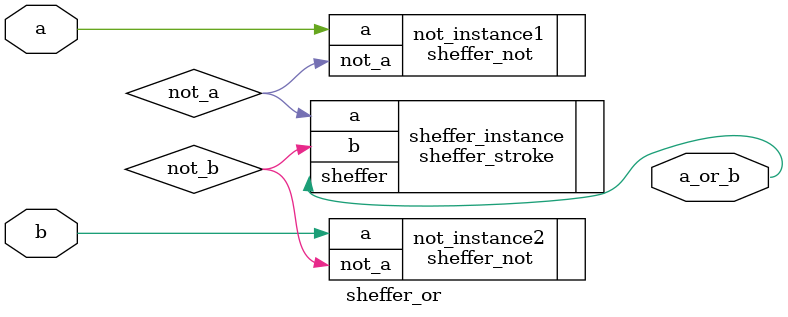
<source format=sv>
module sheffer_or(
    input logic a,
    input logic b,
    output logic a_or_b
);
    logic not_a;
    logic not_b;
    sheffer_not not_instance1(
        .a(a),
        .not_a(not_a)
    );
    sheffer_not not_instance2(
        .a(b),
        .not_a(not_b)
    );
    sheffer_stroke sheffer_instance(
        .a(not_a),
        .b(not_b),
        .sheffer(a_or_b)
    );
endmodule

</source>
